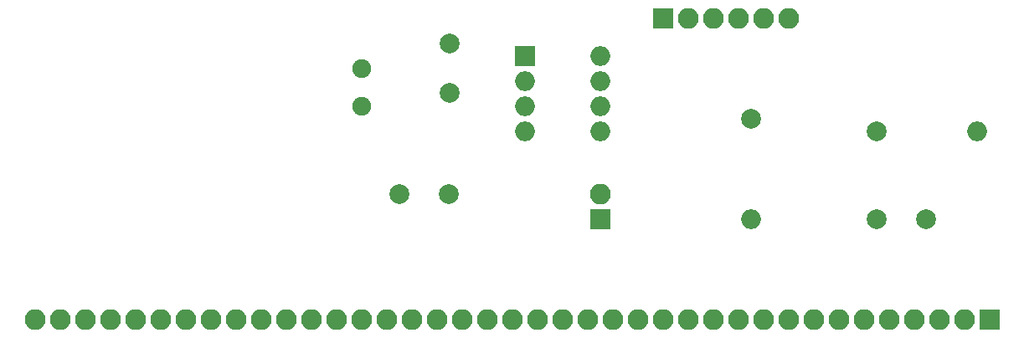
<source format=gbr>
G04 #@! TF.FileFunction,Soldermask,Bot*
%FSLAX46Y46*%
G04 Gerber Fmt 4.6, Leading zero omitted, Abs format (unit mm)*
G04 Created by KiCad (PCBNEW 4.0.6) date 05/04/17 15:53:17*
%MOMM*%
%LPD*%
G01*
G04 APERTURE LIST*
%ADD10C,0.100000*%
%ADD11C,2.000000*%
%ADD12R,2.100000X2.100000*%
%ADD13O,2.100000X2.100000*%
%ADD14O,2.000000X2.000000*%
%ADD15R,2.000000X2.000000*%
%ADD16C,1.900000*%
G04 APERTURE END LIST*
D10*
D11*
X142240000Y-99060000D03*
X142240000Y-104060000D03*
X137160000Y-114300000D03*
X142160000Y-114300000D03*
X185420000Y-116840000D03*
X190420000Y-116840000D03*
D12*
X157480000Y-116840000D03*
D13*
X157480000Y-114300000D03*
D11*
X185420000Y-107950000D03*
D14*
X195580000Y-107950000D03*
D11*
X172720000Y-106680000D03*
D14*
X172720000Y-116840000D03*
D15*
X149860000Y-100330000D03*
D14*
X157480000Y-107950000D03*
X149860000Y-102870000D03*
X157480000Y-105410000D03*
X149860000Y-105410000D03*
X157480000Y-102870000D03*
X149860000Y-107950000D03*
X157480000Y-100330000D03*
D12*
X163830000Y-96520000D03*
D13*
X166370000Y-96520000D03*
X168910000Y-96520000D03*
X171450000Y-96520000D03*
X173990000Y-96520000D03*
X176530000Y-96520000D03*
D12*
X196850000Y-127000000D03*
D13*
X194310000Y-127000000D03*
X191770000Y-127000000D03*
X189230000Y-127000000D03*
X186690000Y-127000000D03*
X184150000Y-127000000D03*
X181610000Y-127000000D03*
X179070000Y-127000000D03*
X176530000Y-127000000D03*
X173990000Y-127000000D03*
X171450000Y-127000000D03*
X168910000Y-127000000D03*
X166370000Y-127000000D03*
X163830000Y-127000000D03*
X161290000Y-127000000D03*
X158750000Y-127000000D03*
X156210000Y-127000000D03*
X153670000Y-127000000D03*
X151130000Y-127000000D03*
X148590000Y-127000000D03*
X146050000Y-127000000D03*
X143510000Y-127000000D03*
X140970000Y-127000000D03*
X138430000Y-127000000D03*
X135890000Y-127000000D03*
X133350000Y-127000000D03*
X130810000Y-127000000D03*
X128270000Y-127000000D03*
X125730000Y-127000000D03*
X123190000Y-127000000D03*
X120650000Y-127000000D03*
X118110000Y-127000000D03*
X115570000Y-127000000D03*
X113030000Y-127000000D03*
X110490000Y-127000000D03*
X107950000Y-127000000D03*
X105410000Y-127000000D03*
X102870000Y-127000000D03*
X100330000Y-127000000D03*
D16*
X133350000Y-101600000D03*
X133350000Y-105400000D03*
M02*

</source>
